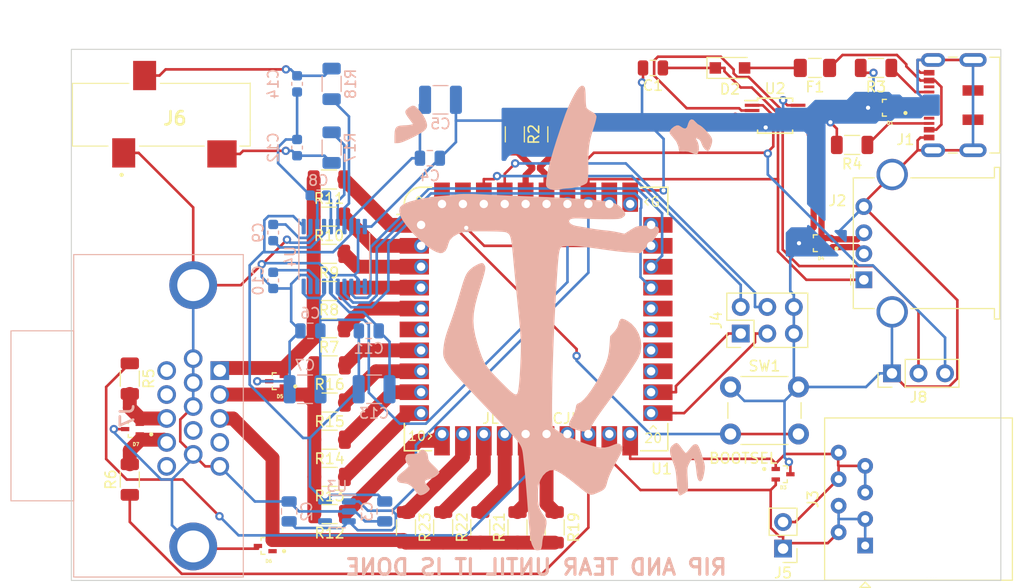
<source format=kicad_pcb>
(kicad_pcb (version 20211014) (generator pcbnew)
  (title_block (date "2022-09-12") (rev "0.1"))
  (layers (0 "F.Cu" signal) (31 "B.Cu" signal) (34 "B.Paste" user) (35 "F.Paste" user) (36 "B.SilkS" user "B.Silkscreen") (37 "F.SilkS" user "F.Silkscreen") (38 "B.Mask" user) (39 "F.Mask" user) (44 "Edge.Cuts" user))
  (net 0 "")
  (net 1 "+5V")
  (net 2 "GND")
  (net 3 "+3.3VA")
  (net 4 "+3V3")
  (net 5 "Net-(C8-Pad1)")
  (net 6 "Net-(C9-Pad1)")
  (net 7 "Net-(C9-Pad2)")
  (net 8 "Net-(C10-Pad1)")
  (net 9 "/PCM_AUDIO_L")
  (net 10 "/PCM_AUDIO_R")
  (net 11 "/USBC_D+")
  (net 12 "/I2C1_SDA")
  (net 13 "/I2C1_SCL")
  (net 14 "/USB_D-")
  (net 15 "/USB_D+")
  (net 16 "/VGA_G")
  (net 17 "/VGA_R")
  (net 18 "/USBC_D-")
  (net 19 "/VGA_B")
  (net 20 "/HSYNC")
  (net 21 "/VSYNC")
  (net 22 "Net-(F1-Pad1)")
  (net 23 "Net-(J1-PadA5)")
  (net 24 "Net-(D2-Pad2)")
  (net 25 "/KBUSB_D-")
  (net 27 "Net-(J1-PadB5)")
  (net 28 "/KBUSB_D+")
  (net 31 "/UART1_RX")
  (net 32 "/UART1_TX")
  (net 33 "/SWDIO")
  (net 34 "/SWCLK")
  (net 40 "/U+")
  (net 41 "/U-")
  (net 42 "Net-(R5-Pad1)")
  (net 43 "Net-(R6-Pad1)")
  (net 44 "/RED4")
  (net 45 "/RED3")
  (net 46 "/RED2")
  (net 47 "/RED1")
  (net 48 "/RED0")
  (net 49 "/GRN4")
  (net 50 "/GRN3")
  (net 51 "/GRN2")
  (net 52 "/GRN1")
  (net 53 "/GRN0")
  (net 54 "/PCM_L")
  (net 55 "/PCM_R")
  (net 56 "/BLU4")
  (net 57 "/BLU3")
  (net 58 "/BLU2")
  (net 59 "/BLU1")
  (net 60 "/BLU0")
  (net 61 "Net-(SW1-Pad2)")
  (net 62 "unconnected-(U1-Pad6)")
  (net 63 "unconnected-(U1-Pad23)")
  (net 64 "unconnected-(U1-Pad24)")
  (net 65 "unconnected-(U1-Pad25)")
  (net 66 "unconnected-(U1-Pad26)")
  (net 67 "/DIN")
  (net 68 "/BCK")
  (net 69 "/LRCK")
  (net 70 "unconnected-(U1-Pad30)")
  (net 71 "unconnected-(U1-Pad32)")
  (net 73 "unconnected-(U1-Pad39)")
  (net 74 "Net-(J8-Pad2)")
  (footprint "Resistor_SMD:R_1206_3216Metric" (layer "F.Cu") (at 107.95 82.296 -90)
    (fp_text reference "R20")
    (fp_text value "1k")
  )
  (footprint "Resistor_SMD:R_1206_3216Metric" (layer "F.Cu") (at 89.916 63.246 180)
    (fp_text reference "R7")
    (fp_text value "499")
  )
  (footprint "Doom_Pico:TVS_RCLAMP0502B.TCT" (layer "F.Cu") (at 133.35 77.216)
    (fp_text reference "D3")
    (fp_text value "RCLAMP0582BQTCT")
  )
  (footprint "Fuse:Fuse_1206_3216Metric" (layer "F.Cu") (at 136.398 38.354 180)
    (fp_text reference "F1")
    (fp_text value "500ma")
  )
  (footprint "Resistor_SMD:R_1206_3216Metric" (layer "F.Cu") (at 70.866 68.072 -90)
    (fp_text reference "R5")
    (fp_text value "47")
  )
  (footprint "Resistor_SMD:R_1206_3216Metric" (layer "F.Cu") (at 89.9775 81.026 180)
    (fp_text reference "R12")
    (fp_text value "499")
  )
  (footprint "Resistor_SMD:R_1206_3216Metric" (layer "F.Cu") (at 89.9775 66.802 180)
    (fp_text reference "R16")
    (fp_text value "8.06k")
  )
  (footprint "Capacitor_SMD:C_0805_2012Metric" (layer "F.Cu") (at 120.904 38.354 180)
    (fp_text reference "C1")
    (fp_text value "10u")
  )
  (footprint "Doom_Pico:TVS_RCLAMP0502B.TCT" (layer "F.Cu") (at 136.652 55.118 180)
    (fp_text reference "D4")
    (fp_text value "RCLAMP0582BQTCT")
  )
  (footprint "Resistor_SMD:R_1206_3216Metric" (layer "F.Cu") (at 89.916 52.578 180)
    (fp_text reference "R10")
    (fp_text value "4.02k")
  )
  (footprint "Resistor_SMD:R_1206_3216Metric" (layer "F.Cu") (at 111.506 82.296 -90)
    (fp_text reference "R19")
    (fp_text value "499")
  )
  (footprint "Resistor_SMD:R_1206_3216Metric" (layer "F.Cu") (at 89.9775 70.358 180)
    (fp_text reference "R15")
    (fp_text value "4.02k")
  )
  (footprint "Connector_PinHeader_2.54mm:PinHeader_1x03_P2.54mm_Vertical" (layer "F.Cu") (at 143.764 67.564 90)
    (fp_text reference "J8")
    (fp_text value "Conn_01x03")
  )
  (footprint "Connector_PinHeader_2.54mm:PinHeader_1x02_P2.54mm_Vertical" (layer "F.Cu") (at 133.35 84.328 180)
    (fp_text reference "J5")
    (fp_text value "Conn_01x02_Female")
  )
  (footprint "Connector_RJ:RJ45_Amphenol_54602-x08_Horizontal" (layer "F.Cu") (at 141.204 84.0385 90)
    (fp_text reference "J3")
    (fp_text value "RJ45")
  )
  (footprint "Resistor_SMD:R_1206_3216Metric" (layer "F.Cu") (at 139.954 45.72 180)
    (fp_text reference "R4")
    (fp_text value "5.1k")
  )
  (footprint "Resistor_SMD:R_1206_3216Metric" (layer "F.Cu") (at 111.76 44.704 -90)
    (fp_text reference "R1")
    (fp_text value "27.4")
  )
  (footprint "Doom_Pico:TVS_RCLAMP0502B.TCT" (layer "F.Cu") (at 71.12 72.898 180)
    (fp_text reference "D7")
    (fp_text value "RCLAMP0582BQTCT")
  )
  (footprint "Resistor_SMD:R_1206_3216Metric" (layer "F.Cu") (at 89.916 59.69 180)
    (fp_text reference "R8")
    (fp_text value "1k")
  )
  (footprint "Diode_SMD:D_SOD-123F" (layer "F.Cu") (at 128.27 38.354)
    (fp_text reference "D2")
    (fp_text value "MBR120")
  )
  (footprint "Package_SO:MSOP-10_3x3mm_P0.5mm" (layer "F.Cu") (at 132.588 42.926)
    (fp_text reference "U2")
    (fp_text value "FSUSB42MUX")
  )
  (footprint "Resistor_SMD:R_1206_3216Metric" (layer "F.Cu") (at 100.838 82.296 -90)
    (fp_text reference "R22")
    (fp_text value "4.02k")
  )
  (footprint "Resistor_SMD:R_1206_3216Metric" (layer "F.Cu") (at 89.916 56.134 180)
    (fp_text reference "R9")
    (fp_text value "2k")
  )
  (footprint "Resistor_SMD:R_1206_3216Metric" (layer "F.Cu") (at 89.9775 73.914 180)
    (fp_text reference "R14")
    (fp_text value "2k")
  )
  (footprint "Connector_USB:USB_C_Receptacle_JAE_DX07S016JA1R1500" (layer "F.Cu") (at 150.368 41.91 90)
    (fp_text reference "J1")
    (fp_text value "USB_C_Receptacle_USB2.0")
  )
  (footprint "Resistor_SMD:R_1206_3216Metric" (layer "F.Cu") (at 89.916 49.022 180)
    (fp_text reference "R11")
    (fp_text value "8.06k")
  )
  (footprint "Resistor_SMD:R_1206_3216Metric" (layer "F.Cu") (at 142.24 38.354 180)
    (fp_text reference "R3")
    (fp_text value "5.1k")
  )
  (footprint "Button_Switch_THT:SW_PUSH_6mm" (layer "F.Cu") (at 128.322 68.87)
    (fp_text reference "SW1")
    (fp_text value "BOOTSEL")
  )
  (footprint "Resistor_SMD:R_1206_3216Metric" (layer "F.Cu") (at 104.394 82.296 -90)
    (fp_text reference "R21")
    (fp_text value "2k")
  )
  (footprint "Resistor_SMD:R_1206_3216Metric" (layer "F.Cu") (at 97.282 82.296 -90)
    (fp_text reference "R23")
    (fp_text value "8.06k")
  )
  (footprint "Connector_PinHeader_2.54mm:PinHeader_2x03_P2.54mm_Vertical" (layer "F.Cu") (at 129.301 63.759 90)
    (fp_text reference "J4")
    (fp_text value "Conn_02x03_Odd_Even")
  )
  (footprint "Resistor_SMD:R_1206_3216Metric" (layer "F.Cu") (at 89.9775 77.47 180)
    (fp_text reference "R13")
    (fp_text value "1k")
  )
  (footprint "Doom_Pico:TVS_RCLAMP0502B.TCT" (layer "F.Cu") (at 83.82 84.074 180)
    (fp_text reference "D6")
    (fp_text value "RCLAMP0582BQTCT")
  )
  (footprint "Resistor_SMD:R_1206_3216Metric" (layer "F.Cu") (at 70.866 77.724 90)
    (fp_text reference "R6")
    (fp_text value "47")
  )
  (footprint "Doom_Pico:SJ3523SMTTR" (layer "F.Cu") (at 67.884 42.78)
    (fp_text reference "J6")
    (fp_text value "SJ-3523-SMT-TR" hide)
  )
  (footprint "Doom_Pico:TVS_RCLAMP0502B.TCT" (layer "F.Cu") (at 84.898 68.318 180)
    (fp_text reference "D5")
    (fp_text value "RCLAMP0582BQTCT")
  )
  (footprint "RP2040 Footprint:RP2040_Stamp_THT" (layer "F.Cu") (at 109.728 62.368)
    (fp_text reference "U1")
    (fp_text value "RP2040_Stamp")
  )
  (footprint "Connector_USB:USB_A_Stewart_SS-52100-001_Horizontal" (layer "F.Cu") (at 141.076 58.618 90)
    (fp_text reference "J2")
    (fp_text value "USB_A")
  )
  (footprint "Resistor_SMD:R_1206_3216Metric" (layer "F.Cu") (at 107.696 44.704 -90)
    (fp_text reference "R2")
    (fp_text value "27.4")
  )
  (footprint "Doom_Pico:TVS_RCLAMP0502B.TCT" (layer "F.Cu") (at 143.256 42.164 180)
    (fp_text reference "D1")
    (fp_text value "RCLAMP0582BQTCT")
  )
  (footprint "Capacitor_SMD:C_0603_1608Metric" (layer "B.Cu") (at 88.9 50.546 180)
    (fp_text reference "C8")
    (fp_text value "2.2u")
  )
  (footprint "Package_SO:TSSOP-20_4.4x6.5mm_P0.65mm" (layer "B.Cu") (at 90.424 56.388 -90)
    (fp_text reference "U4")
    (fp_text value "PCM5101APWR")
  )
  (footprint "Resistor_SMD:R_1206_3216Metric" (layer "B.Cu") (at 90.17 39.878 90)
    (fp_text reference "R18")
    (fp_text value "470")
  )
  (footprint "Capacitor_SMD:C_1210_3225Metric" (layer "B.Cu") (at 100.584 41.402)
    (fp_text reference "C5")
    (fp_text value "100u")
  )
  (footprint "Capacitor_SMD:C_0805_2012Metric" (layer "B.Cu") (at 93.726 63.5)
    (fp_text reference "C11")
    (fp_text value "10u")
  )
  (footprint "Capacitor_SMD:C_0603_1608Metric" (layer "B.Cu") (at 84.582 54.102 -90)
    (fp_text reference "C9")
    (fp_text value "2.2u")
  )
  (footprint "Doom_Pico:Doom Slayer Sigil" (layer "B.Cu") (at 110.744 62.23 180)
    (fp_text reference "G***" hide)
    (fp_text value "LOGO" hide)
  )
  (footprint "Capacitor_SMD:C_0603_1608Metric" (layer "B.Cu") (at 86.868 39.878 -90)
    (fp_text reference "C14")
    (fp_text value "2.2n")
  )
  (footprint "Capacitor_SMD:C_0805_2012Metric" (layer "B.Cu") (at 99.568 46.99)
    (fp_text reference "C4")
    (fp_text value "10u")
  )
  (footprint "Capacitor_SMD:C_0805_2012Metric" (layer "B.Cu") (at 88.138 63.5 180)
    (fp_text reference "C6")
    (fp_text value "10u")
  )
  (footprint "Library Loader:L77HDE15SD1CH4RHNVGA" (layer "B.Cu") (at 74.392 67.303 90)
    (fp_text reference "J7")
    (fp_text value "DB15_Female_HighDensity_MountingHoles" hide)
  )
  (footprint "Capacitor_SMD:C_0805_2012Metric" (layer "B.Cu") (at 86.106 80.772 90)
    (fp_text reference "C2")
    (fp_text value "1u")
  )
  (footprint "Capacitor_SMD:C_1210_3225Metric" (layer "B.Cu") (at 94.234 69.088)
    (fp_text reference "C13")
    (fp_text value "100u")
  )
  (footprint "Package_TO_SOT_SMD:SOT-23-5" (layer "B.Cu") (at 90.678 80.772 180)
    (fp_text reference "U3")
    (fp_text value "NCP163")
  )
  (footprint "Capacitor_SMD:C_1210_3225Metric" (layer "B.Cu") (at 87.63 69.088 180)
    (fp_text reference "C7")
    (fp_text value "100u")
  )
  (footprint "Resistor_SMD:R_1206_3216Metric" (layer "B.Cu") (at 90.17 45.974 -90)
    (fp_text reference "R17")
    (fp_text value "470")
  )
  (footprint "Capacitor_SMD:C_0805_2012Metric" (layer "B.Cu") (at 95.25 80.772 -90)
    (fp_text reference "C3")
    (fp_text value "1u")
  )
  (footprint "Capacitor_SMD:C_0603_1608Metric" (layer "B.Cu") (at 86.868 45.974 90)
    (fp_text reference "C12")
    (fp_text value "2.2n")
  )
  (footprint "Capacitor_SMD:C_0603_1608Metric" (layer "B.Cu") (at 84.582 58.674 -90)
    (fp_text reference "C10")
    (fp_text value "2.2u")
  )
  (gr_rect (start 65.278 36.576) (end 154.178 87.376) (layer "Edge.Cuts") (width 0.1) (fill none))
  (gr_text "RIP AND TEAR UNTIL IT IS DONE" (at 109.728 86.106) (layer "B.SilkS") (effects (font (size 1.5 1.5) (thickness 0.3)) (justify mirror)))
  (gr_text "JLCJLCJLCJLC" (at 109.728 71.882) (layer "F.SilkS") (effects (font (size 1 1))))
  (segment (start 114.728 48.9929) (end 132.8647 48.9929) (width 0.25) (layer "F.Cu") (net 1))
  (segment (start 126.87 38.354) (end 127.7451 38.354) (width 0.25) (layer "F.Cu") (net 1))
  (segment (start 132.8647 42.7309) (end 130.363 40.2292) (width 0.25) (layer "F.Cu") (net 1))
  (segment (start 132.8647 48.9929) (end 132.8647 42.7309) (width 0.25) (layer "F.Cu") (net 1))
  (segment (start 132.8647 55.9115) (end 132.8647 48.9929) (width 0.25) (layer "F.Cu") (net 1))
  (segment (start 139.9509 58.618) (end 135.5712 58.618) (width 0.25) (layer "F.Cu") (net 1))
  (segment (start 135.5712 58.618) (end 132.8647 55.9115) (width 0.25) (layer "F.Cu") (net 1))
  (segment (start 141.076 58.618) (end 139.9509 58.618) (width 0.25) (layer "F.Cu") (net 1))
  (segment (start 129.302 40.2292) (end 127.7451 38.6723) (width 0.25) (layer "F.Cu") (net 1))
  (segment (start 127.7451 38.6723) (end 127.7451 38.354) (width 0.25) (layer "F.Cu") (net 1))
  (segment (start 114.728 50.718) (end 114.728 48.9929) (width 0.25) (layer "F.Cu") (net 1))
  (segment (start 114.728 51.368) (end 114.728 50.718) (width 0.25) (layer "F.Cu") (net 1))
  (segment (start 126.87 38.354) (end 121.854 38.354) (width 0.25) (layer "F.Cu") (net 1))
  (segment (start 130.363 40.2292) (end 129.302 40.2292) (width 0.25) (layer "F.Cu") (net 1))
  (segment (start 86.7417 82.3577) (end 86.106 81.722) (width 0.25) (layer "B.Cu") (net 1))
  (segment (start 98.2331 74.4356) (end 114.728 57.9407) (width 0.25) (layer "B.Cu") (net 1))
  (segment (start 95.9749 80.702) (end 98.2331 78.4438) (width 0.25) (layer "B.Cu") (net 1))
  (segment (start 98.2331 78.4438) (end 98.2331 74.4356) (width 0.25) (layer "B.Cu") (net 1))
  (segment (start 91.8155 79.822) (end 92.7661 79.822) (width 0.25) (layer "B.Cu") (net 1))
  (segment (start 93.6461 80.702) (end 95.9749 80.702) (width 0.25) (layer "B.Cu") (net 1))
  (segment (start 114.728 57.9407) (end 114.728 51.368) (width 0.25) (layer "B.Cu") (net 1))
  (segment (start 96.313 81.0401) (end 95.9749 80.702) (width 0.25) (layer "B.Cu") (net 1))
  (segment (start 92.7661 79.822) (end 93.6461 80.702) (width 0.25) (layer "B.Cu") (net 1))
  (segment (start 91.8155 81.722) (end 91.1798 82.3577) (width 0.25) (layer "B.Cu") (net 1))
  (segment (start 95.9464 82.5712) (end 96.313 82.2046) (width 0.25) (layer "B.Cu") (net 1))
  (segment (start 92.6647 82.5712) (end 95.9464 82.5712) (width 0.25) (layer "B.Cu") (net 1))
  (segment (start 91.8155 81.722) (end 92.6647 82.5712) (width 0.25) (layer "B.Cu") (net 1))
  (segment (start 91.1798 82.3577) (end 86.7417 82.3577) (width 0.25) (layer "B.Cu") (net 1))
  (segment (start 96.313 82.2046) (end 96.313 81.0401) (width 0.25) (layer "B.Cu") (net 1))
  (segment (start 131.6888 44.0489) (end 131.536 44.0489) (width 0.25) (layer "F.Cu") (net 2))
  (segment (start 78.077 76.463) (end 76.932 75.318) (width 0.25) (layer "F.Cu") (net 2))
  (segment (start 141.478 42.164) (end 142.556 42.164) (width 0.2) (layer "F.Cu") (net 2))
  (segment (start 146.2179 38.535) (end 146.4929 38.81) (width 0.25) (layer "F.Cu") (net 2))
  (segment (start 83.5541 57.1249) (end 83.488 57.1249) (width 0.25) (layer "F.Cu") (net 2))
  (segment (start 81.4799 59.133) (end 76.932 59.133) (width 0.25) (layer "F.Cu") (net 2))
  (segment (start 141.2443 38.8208) (end 140.7775 38.354) (width 0.25) (layer "F.Cu") (net 2))
  (segment (start 149.23501 68.834) (end 145.034 68.834) (width 0.25) (layer "F.Cu") (net 2))
  (segment (start 147.693 46.23) (end 151.518 46.23) (width 0.25) (layer "F.Cu") (net 2))
  (segment (start 75.6954 71.9746) (end 75.6954 74.0814) (width 0.25) (layer "F.Cu") (net 2))
  (segment (start 70.284 46.48) (end 71.7091 46.48) (width 0.25) (layer "F.Cu") (net 2))
  (segment (start 118.728 51.368) (end 118.728 50.718) (width 0.25) (layer "F.Cu") (net 2))
  (segment (start 76.932 59.133) (end 76.932 51.7029) (width 0.25) (layer "F.Cu") (net 2))
  (segment (start 146.2179 37.59) (end 146.2179 38.535) (width 0.25) (layer "F.Cu") (net 2))
  (segment (start 75.6954 74.0814) (end 76.932 75.318) (width 0.25) (layer "F.Cu") (net 2))
  (segment (start 76.932 70.738) (end 75.6954 71.9746) (width 0.25) (layer "F.Cu") (net 2))
  (segment (start 119.3755 50.0705) (end 121.9224 50.0705) (width 0.25) (layer "F.Cu") (net 2))
  (segment (start 133.9095 76.0417) (end 134.05 76.1822) (width 0.25) (layer "F.Cu") (net 2))
  (segment (start 133.3536 41.4423) (end 133.3536 41.5167) (width 0.25) (layer "F.Cu") (net 2))
  (segment (start 138.4915 44.1641) (end 138.4915 45.72) (width 0.25) (layer "F.Cu") (net 2))
  (segment (start 119.954 39.6463) (end 119.954 38.354) (width 0.25) (layer "F.Cu") (net 2))
  (segment (start 143.786 48.548) (end 143.8999 48.548) (width 0.25) (layer "F.Cu") (net 2))
  (segment (start 130.388 43.926) (end 131.4131 43.926) (width 0.25) (layer "F.Cu") (net 2))
  (segment (start 134.05 76.1822) (end 134.05 77.216) (width 0.25) (layer "F.Cu") (net 2))
  (segment (start 79.472 76.463) (end 78.077 76.463) (width 0.25) (layer "F.Cu") (net 2))
  (segment (start 146.2179 46.23) (end 146.2179 45.285) (width 0.25) (layer "F.Cu") (net 2))
  (segment (start 84.198 68.318) (end 83.066 68.318) (width 0.25) (layer "F.Cu") (net 2))
  (segment (start 83.066 68.318) (end 83.058 68.326) (width 0.25) (layer "F.Cu") (net 2))
  (segment (start 119.8609 39.7394) (end 119.954 39.6463) (width 0.25) (layer "F.Cu") (net 2))
  (segment (start 143.8999 48.548) (end 146.2179 46.23) (width 0.25) (layer "F.Cu") (net 2))
  (segment (start 137.8777 43.5503) (end 138.4915 44.1641) (width 0.25) (layer "F.Cu") (net 2))
  (segment (start 118.728 50.718) (end 119.3755 50.0705) (width 0.25) (layer "F.Cu") (net 2))
  (segment (start 134.788 41.926) (end 133.7629 41.926) (width 0.25) (layer "F.Cu") (net 2))
  (segment (start 131.536 44.0489) (end 131.4131 43.926) (width 0.25) (layer "F.Cu") (net 2))
  (segment (start 150.018511 68.050499) (end 149.23501 68.834) (width 0.25) (layer "F.Cu") (net 2))
  (segment (start 134.874 55.118) (end 135.952 55.118) (width 0.2) (layer "F.Cu") (net 2))
  (segment (start 141.076 51.618) (end 150.018511 60.560511) (width 0.25) (layer "F.Cu") (net 2))
  (segment (start 147.693 37.59) (end 146.2179 37.59) (width 0.25) (layer "F.Cu") (net 2))
  (segment (start 70.42 72.898) (end 69.342 72.898) (width 0.25) (layer "F.Cu") (net 2))
  (segment (start 133.3536 41.5167) (end 133.7629 41.926) (width 0.25) (layer "F.Cu") (net 2))
  (segment (start 76.932 51.7029) (end 71.7091 46.48) (width 0.25) (layer "F.Cu") (net 2))
  (segment (start 151.518 37.59) (end 147.693 37.59) (width 0.25) (layer "F.Cu") (net 2))
  (segment (start 85.9014 54.7776) (end 83.5541 57.1249) (width 0.25) (layer "F.Cu") (net 2))
  (segment (start 83.488 57.1249) (end 81.4799 59.133) (width 0.25) (layer "F.Cu") (net 2))
  (segment (start 145.034 68.834) (end 143.764 67.564) (width 0.25) (layer "F.Cu") (net 2))
  (segment (start 141.9995 38.8208) (end 141.2443 38.8208) (width 0.25) (layer "F.Cu") (net 2))
  (segment (start 83.12 84.3365) (end 77.1455 84.3365) (width 0.25) (layer "F.Cu") (net 2))
  (segment (start 150.018511 60.560511) (end 150.018511 68.050499) (width 0.25) (layer "F.Cu") (net 2))
  (segment (start 147.693 46.23) (end 146.2179 46.23) (width 0.25) (layer "F.Cu") (net 2))
  (segment (start 77.1455 84.3365) (end 76.932 84.123) (width 0.25) (layer "F.Cu") (net 2))
  (segment (start 141.076 51.258) (end 143.786 48.548) (width 0.25) (layer "F.Cu") (net 2))
  (segment (start 147.318 45.01) (end 146.4929 45.01) (width 0.25) (layer "F.Cu") (net 2))
  (segment (start 83.12 84.074) (end 83.12 84.3365) (width 0.25) (layer "F.Cu") (net 2))
  (segment (start 146.2179 45.285) (end 146.4929 45.01) (width 0.25) (layer "F.Cu") (net 2))
  (segment (start 141.076 51.618) (end 141.076 51.258) (width 0.25) (layer "F.Cu") (net 2))
  (segment (start 147.318 38.81) (end 146.4929 38.81) (width 0.25) (layer "F.Cu") (net 2))
  (via (at 134.874 55.118) (size 0.8) (drill 0.4) (layers "F.Cu" "B.Cu") (net 2))
  (via (at 141.478 42.164) (size 0.8) (drill 0.4) (layers "F.Cu" "B.Cu") (net 2))
  (via (at 133.3536 41.4423) (size 0.8) (drill 0.4) (layers "F.Cu" "B.Cu") (net 2))
  (via (at 83.488 57.1249) (size 0.8) (drill 0.4) (layers "F.Cu" "B.Cu") (net 2))
  (via (at 137.8777 43.5503) (size 0.8) (drill 0.4) (layers "F.Cu" "B.Cu") (net 2))
  (via (at 85.9014 54.7776) (size 0.8) (drill 0.4) (layers "F.Cu" "B.Cu") (net 2))
  (via (at 83.058 68.326) (size 0.8) (drill 0.4) (layers "F.Cu" "B.Cu") (net 2))
  (via (at 131.6888 44.0489) (size 0.8) (drill 0.4) (layers "F.Cu" "B.Cu") (net 2))
  (via (at 69.342 72.898) (size 0.8) (drill 0.4) (layers "F.Cu" "B.Cu") (net 2))
  (via (at 121.9224 50.0705) (size 0.8) (drill 0.4) (layers "F.Cu" "B.Cu") (net 2))
  (via (at 133.9095 76.0417) (size 0.8) (drill 0.4) (layers "F.Cu" "B.Cu") (net 2))
  (via (at 141.9995 38.8208) (size 0.8) (drill 0.4) (layers "F.Cu" "B.Cu") (net 2))
  (via (at 119.8609 39.7394) (size 0.8) (drill 0.4) (layers "F.Cu" "B.Cu") (net 2))
  (segment (start 92.4236 80.772) (end 93.3736 81.722) (width 0.25) (layer "B.Cu") (net 2))
  (segment (start 93.9825 53.5255) (end 93.349 53.5255) (width 0.25) (layer "B.Cu") (net 2))
  (segment (start 95.709 69.088) (end 95.709 64.533) (width 0.25) (layer "B.Cu") (net 2))
  (segment (start 87.056 80.772) (end 91.8155 80.772) (width 0.25) (layer "B.Cu") (net 2))
  (segment (start 93.2096 61.7153) (end 94.676 63.1817) (width 0.25) (layer "B.Cu") (net 2))
  (segment (start 84.582 59.449) (end 83.488 58.355) (width 0.25) (layer "B.Cu") (net 2))
  (segment (start 102.059 45.449) (end 100.518 46.99) (width 0.25) (layer "B.Cu") (net 2))
  (segment (start 87.1623 58.1631) (end 87.7751 58.1631) (width 0.25) (layer "B.Cu") (net 2))
  (segment (start 83.058 68.326) (end 86.155 68.326) (width 0.25) (layer "B.Cu") (net 2))
  (segment (start 86.1968 55.073) (end 85.9014 54.7776) (width 0.25) (layer "B.Cu") (net 2))
  (segment (start 93.349 59.2505) (end 92.699 59.2505) (width 0.25) (layer "B.Cu") (net 2))
  (segment (start 134.0384 56.5886) (end 134.0384 59.7013) (width 0.25) (layer "B.Cu") (net 2))
  (segment (start 90.099 58.1772) (end 90.099 59.2505) (width 0.25) (layer "B.Cu") (net 2))
  (segment (start 93.349 53.5255) (end 92.699 53.5255) (width 0.25) (layer "B.Cu") (net 2))
  (segment (start 91.8155 80.772) (end 92.4236 80.772) (width 0.25) (layer "B.Cu") (net 2))
  (segment (start 151.518 37.59) (end 151.518 46.23) (width 0.25) (layer "B.Cu") (net 2))
  (segment (start 88.799 54.2366) (end 87.9626 55.073) (width 0.25) (layer "B.Cu") (net 2))
  (segment (start 92.699 58.537) (end 92.3392 58.1772) (width 0.25) (layer "B.Cu") (net 2))
  (segment (start 133.4887 70.2033) (end 134.822 68.87) (width 0.25) (layer "B.Cu") (net 2))
  (segment (start 83.585 57.0279) (end 83.488 57.1249) (width 0.25) (layer "B.Cu") (net 2))
  (segment (start 134.381 61.219) (end 134.381 63.759) (width 0.25) (layer "B.Cu") (net 2))
  (segment (start 86.106 79.822) (end 82.831 79.822) (width 0.25) (layer "B.Cu") (net 2))
  (segment (start 85.0525 45.9361) (end 85.7896 45.199) (width 0.25) (layer "B.Cu") (net 2))
  (segment (start 86.868 40.653) (end 86.868 45.199) (width 0.25) (layer "B.Cu") (net 2))
  (segment (start 92.699 59.2505) (end 92.699 58.537) (width 0.25) (layer "B.Cu") (net 2))
  (segment (start 90.099 59.9589) (end 91.8554 61.7153) (width 0.25) (layer "B.Cu") (net 2))
  (segment (start 121.9224 45.1441) (end 121.9224 50.0705) (width 0.25) (layer "B.Cu") (net 2))
  (segment (start 102.059 43.3913) (end 102.059 45.449) (width 0.25) (layer "B.Cu") (net 2))
  (segment (start 82.831 79.822) (end 79.472 76.463) (width 0.25) (layer "B.Cu") (net 2))
  (segment (start 85.0525 47.4735) (end 85.0525 45.9361) (width 0.25) (layer "B.Cu") (net 2))
  (segment (start 129.6553 70.2033) (end 128.322 68.87) (width 0.25) (layer "B.Cu") (net 2))
  (segment (start 76.932 75.318) (end 76.932 75.6867) (width 0.25) (layer "B.Cu") (net 2))
  (segment (start 88.149 58.537) (end 88.149 59.2505) (width 0.25) (layer "B.Cu") (net 2))
  (segment (start 86.155 64.533) (end 86.155 68.326) (width 0.25) (layer "B.Cu") (net 2))
  (segment (start 86.3029 59.0225) (end 87.1623 58.1631) (width 0.25) (layer "B.Cu") (net 2))
  (segment (start 107.1849 43.3913) (end 102.059 43.3913) (width 0.25) (layer "B.Cu") (net 2))
  (segment (start 86.3029 59.449) (end 86.3029 59.0225) (width 0.25) (layer "B.Cu") (net 2))
  (segment (start 76.932 68.448) (end 76.932 66.158) (width 0.25) (layer "B.Cu") (net 2))
  (segment (start 85.7896 45.199) (end 86.868 45.199) (width 0.25) (layer "B.Cu") (net 2))
  (segment (start 134.0384 59.7013) (end 134.381 60.0439) (width 0.25) (layer "B.Cu") (net 2))
  (segment (start 120.3393 43.561) (end 121.9224 45.1441) (width 0.25) (layer "B.Cu") (net 2))
  (segment (start 69.342 73.1954) (end 69.342 72.898) (width 0.25) (layer "B.Cu") (net 2))
  (segment (start 133.4887 70.2033) (end 129.6553 70.2033) (width 0.25) (layer "B.Cu") (net 2))
  (segment (start 100.518 46.99) (end 93.9825 53.5255) (width 0.25) (layer "B.Cu") (net 2))
  (segment (start 141.2829 68.87) (end 142.5889 67.564) (width 0.25) (layer "B.Cu") (net 2))
  (segment (start 87.188 63.5) (end 86.3029 62.6149) (width 0.25) (layer "B.Cu") (net 2))
  (segment (start 119.8609 43.0826) (end 119.8609 39.7394) (width 0.25) (layer "B.Cu") (net 2))
  (segment (start 87.188 63.5) (end 86.155 64.533) (width 0.25) (layer "B.Cu") (net 2))
  (segment (start 76.932 66.158) (end 76.932 59.133) (width 0.25) (layer "B.Cu") (net 2))
  (segment (start 74.9014 77.7173) (end 74.9014 82.0924) (width 0.25) (layer "B.Cu") (net 2))
  (segment (start 74.9014 77.7173) (end 73.8639 77.7173) (width 0.25) (layer "B.Cu") (net 2))
  (segment (start 88.9497 57.0279) (end 83.585 57.0279) (width 0.25) (layer "B.Cu") (net 2))
  (segment (start 88.799 53.5255) (end 88.799 54.2366) (width 0.25) (layer "B.Cu") (net 2))
  (segment (start 94.676 63.1817) (end 94.676 63.5) (width 0.25) (layer "B.Cu") (net 2))
  (segment (start 138.792 53.902) (end 141.076 51.618) (width 0.25) (layer "B.Cu") (net 2))
  (segment (start 93.3736 81.722) (end 95.25 81.722) (width 0.25) (layer "B.Cu") (net 2))
  (segment (start 102.059 41.402) (end 102.059 43.3913) (width 0.25) (layer "B.Cu") (net 2))
  (segment (start 147.693 37.59) (end 146.2179 37.59) (width 0.25) (layer "B.Cu") (net 2))
  (segment (start 133.3536 42.5486) (end 133.3536 41.4423) (width 0.25) (layer "B.Cu") (net 2))
  (segment (start 86.3029 62.6149) (end 86.3029 59.449) (width 0.25) (layer "B.Cu") (net 2))
  (segment (start 92.699 57.8174) (end 92.3392 58.1772) (width 0.25) (layer "B.Cu") (net 2))
  (segment (start 87.7751 58.1631) (end 88.149 58.537) (width 0.25) (layer "B.Cu") (net 2))
  (segment (start 143.764 67.564) (end 143.764 61.71) (width 0.25) (layer "B.Cu") (net 2))
  (segment (start 74.9014 82.0924) (end 76.932 84.123) (width 0.25) (layer "B.Cu") (net 2))
  (segment (start 91.8554 61.7153) (end 93.2096 61.7153) (width 0.25) (layer "B.Cu") (net 2))
  (segment (start 138.792 53.9365) (end 138.792 53.902) (width 0.25) (layer "B.Cu") (net 2))
  (segment (start 73.8639 77.7173) (end 69.342 73.1954) (width 0.25) (layer "B.Cu") (net 2))
  (segment (start 86.106 79.822) (end 87.056 80.772) (width 0.25) (layer "B.Cu") (net 2))
  (segment (start 88.799 51.22) (end 88.125 50.546) (width 0.25) (layer "B.Cu") (net 2))
  (segment (start 134.381 56.246) (end 134.0384 56.5886) (width 0.25) (layer "B.Cu") (net 2))
  (segment (start 92.3392 58.1772) (end 90.099 58.1772) (width 0.25) (layer "B.Cu") (net 2))
  (segment (start 90.099 58.1772) (end 88.9497 57.0279) (width 0.25) (layer "B.Cu") (net 2))
  (segment (start 92.699 53.5255) (end 92.699 57.8174) (width 0.25) (layer "B.Cu") (net 2))
  (segment (start 133.4887 75.6209) (end 133.4887 70.2033) (width 0.25) (layer "B.Cu") (net 2))
  (segment (start 134.381 61.219) (end 134.381 60.0439) (width 0.25) (layer "B.Cu") (net 2))
  (segment (start 86.155 68.326) (end 86.155 69.088) (width 0.25) (layer "B.Cu") (net 2))
  (segment (start 76.932 75.6867) (end 74.9014 77.7173) (width 0.25) (layer "B.Cu") (net 2))
  (segment (start 134.381 63.759) (end 134.381 68.429) (width 0.25) (layer "B.Cu") (net 2))
  (segment (start 143.764 67.564) (end 142.5889 67.564) (width 0.25) (layer "B.Cu") (net 2))
  (segment (start 134.381 68.429) (end 134.822 68.87) (width 0.25) (layer "B.Cu") (net 2))
  (segment (start 83.488 58.355) (end 83.488 57.1249) (width 0.25) (layer "B.Cu") (net 2))
  (segment (start 95.709 64.533) (end 94.676 63.5) (width 0.25) (layer "B.Cu") (net 2))
  (segment (start 143.764 61.71) (end 143.786 61.688) (width 0.25) (layer "B.Cu") (net 2))
  (segment (start 90.099 59.2505) (end 90.099 59.9589) (width 0.25) (layer "B.Cu") (net 2))
  (segment (start 141.9995 41.2615) (end 141.9995 38.8208) (width 0.25) (layer "B.Cu") (net 2))
  (segment (start 76.932 68.448) (end 76.932 70.738) (width 0.25) (layer "B.Cu") (net 2))
  (segment (start 88.799 53.5255) (end 88.799 51.22) (width 0.25) (layer "B.Cu") (net 2))
  (segment (start 133.9095 76.0417) (end 133.4887 75.6209) (width 0.25) (layer "B.Cu") (net 2))
  (segment (start 88.125 50.546) (end 85.0525 47.4735) (width 0.25) (layer "B.Cu") (net 2))
  (segment (start 134.822 68.87) (end 141.2829 68.87) (width 0.25) (layer "B.Cu") (net 2))
  (segment (start 87.9626 55.073) (end 86.1968 55.073) (width 0.25) (layer "B.Cu") (net 2))
  (segment (start 146.5929 41.1232) (end 146.2179 40.7482) (width 0.25) (layer "B.Cu") (net 2))
  (segment (start 146.2179 40.7482) (end 146.2179 37.59) (width 0.25) (layer "B.Cu") (net 2))
  (segment (start 86.3029 59.449) (end 84.582 59.449) (width 0.25) (layer "B.Cu") (net 2))
  (segment (start 92.049 52.7971) (end 97.8561 46.99) (width 0.25) (layer "B.Cu") (net 3))
  (segment (start 90.1729 79.1896) (end 89.5405 79.822) (width 0.25) (layer "B.Cu") (net 3))
  (segment (start 92.776 69.071) (end 92.759 69.088) (width 0.25) (layer "B.Cu") (net 3))
  (segment (start 88.0995 73.7475) (end 88.0995 78.381) (width 0.25) (layer "B.Cu") (net 3))
  (segment (start 82.3323 68.6387) (end 87.4411 73.7475) (width 0.25) (layer "B.Cu") (net 3))
  (segment (start 97.8561 46.99) (end 98.618 46.99) (width 0.25) (layer "B.Cu") (net 3))
  (segment (start 92.776 63.5) (end 92.776 69.071) (width 0.25) (layer "B.Cu") (net 3))
  (segment (start 92.049 53.5255) (end 92.049 52.7971) (width 0.25) (layer "B.Cu") (net 3))
  (segment (start 83.7339 52.9198) (end 84.1264 52.5273) (width 0.25) (layer "B.Cu") (net 3))
  (segment (start 83.7339 55.9734) (end 83.5941 55.9734) (width 0.25) (layer "B.Cu") (net 3))
  (segment (start 82.3323 57.2352) (end 82.3323 68.6387) (width 0.25) (layer "B.Cu") (net 3))
  (segment (start 83.7339 55.9734) (end 90.3081 55.9734) (width 0.25) (layer "B.Cu") (net 3))
  (segment (start 88.0995 78.381) (end 89.5405 79.822) (width 0.25) (layer "B.Cu") (net 3))
  (segment (start 83.7339 55.9734) (end 83.7339 52.9198) (width 0.25) (layer "B.Cu") (net 3))
  (segment (start 92.759 69.088) (end 88.0995 73.7475) (width 0.25) (layer "B.Cu") (net 3))
  (segment (start 84.1264 52.5273) (end 86.5008 52.5273) (width 0.25) (layer "B.Cu") (net 3))
  (segment (start 90.3081 55.9734) (end 92.049 54.2325) (width 0.25) (layer "B.Cu") (net 3))
  (segment (start 94.6176 79.1896) (end 90.1729 79.1896) (width 0.25) (layer "B.Cu") (net 3))
  (segment (start 95.25 79.822) (end 94.6176 79.1896) (width 0.25) (layer "B.Cu") (net 3))
  (segment (start 86.5008 52.5273) (end 87.499 53.5255) (width 0.25) (layer "B.Cu") (net 3))
  (segment (start 92.049 54.2325) (end 92.049 53.5255) (width 0.25) (layer "B.Cu") (net 3))
  (segment (start 98.618 46.99) (end 98.618 41.893) (width 0.25) (layer "B.Cu") (net 3))
  (segment (start 87.4411 73.7475) (end 88.0995 73.7475) (width 0.25) (layer "B.Cu") (net 3))
  (segment (start 98.618 41.893) (end 99.109 41.402) (width 0.25) (layer "B.Cu") (net 3))
  (segment (start 83.5941 55.9734) (end 82.3323 57.2352) (width 0.25) (layer "B.Cu") (net 3))
  (segment (start 132.4145 42.9274) (end 132.4145 45.8644) (width 0.25) (layer "F.Cu") (net 4))
  (segment (start 131.8118 46.4671) (end 131.8879 46.5432) (width 0.25) (layer "F.Cu") (net 4))
  (segment (start 115.2538 46.4671) (end 131.8118 46.4671) (width 0.25) (layer "F.Cu") (net 4))
  (segment (start 130.388 41.926) (end 131.4131 41.926) (width 0.25) (layer "F.Cu") (net 4))
  (segment (start 112.728 51.368) (end 112.728 50.718) (width 0.25) (layer "F.Cu") (net 4))
  (segment (start 132.4145 45.8644) (end 131.8118 46.4671) (width 0.25) (layer "F.Cu") (net 4))
  (segment (start 112.728 50.718) (end 112.728 48.9929) (width 0.25) (layer "F.Cu") (net 4))
  (segment (start 112.728 48.9929) (end 115.2538 46.4671) (width 0.25) (layer "F.Cu") (net 4))
  (segment (start 131.4131 41.926) (end 132.4145 42.9274) (width 0.25) (layer "F.Cu") (net 4))
  (via (at 131.8879 46.5432) (size 0.8) (drill 0.4) (layers "F.Cu" "B.Cu") (net 4))
  (segment (start 89.088 62.4448) (end 93.2605 62.4448) (width 0.25) (layer "B.Cu") (net 4))
  (segment (start 141.9418 57.2432) (end 148.844 64.1454) (width 0.25) (layer "B.Cu") (net 4))
  (segment (start 99.1856 72.3775) (end 112.728 58.8351) (width 0.25) (layer "B.Cu") (net 4))
  (segment (start 93.2605 62.4448) (end 93.726 62.9103) (width 0.25) (layer "B.Cu") (net 4))
  (segment (start 89.088 63.5) (end 89.088 62.4448) (width 0.25) (layer "B.Cu") (net 4))
  (segment (start 89.105 69.088) (end 89.088 69.071) (width 0.25) (layer "B.Cu") (net 4))
  (segment (start 112.728 58.8351) (end 112.728 51.368) (width 0.25) (layer "B.Cu") (net 4))
  (segment (start 93.726 69.4129) (end 96.6906 72.3775) (width 0.25) (layer "B.Cu") (net 4))
  (segment (start 89.088 69.071) (end 89.088 63.5) (width 0.25) (layer "B.Cu") (net 4))
  (segment (start 131.8879 46.5432) (end 131.8879 48.5435) (width 0.25) (layer "B.Cu") (net 4))
  (segment (start 89.449 59.9942) (end 89.449 59.2505) (width 0.25) (layer "B.Cu") (net 4))
  (segment (start 148.844 64.1454) (end 148.844 67.564) (width 0.25) (layer "B.Cu") (net 4))
  (segment (start 93.726 62.9103) (end 93.726 69.4129) (width 0.25) (layer "B.Cu") (net 4))
  (segment (start 89.088 62.4448) (end 89.088 60.3552) (width 0.25) (layer "B.Cu") (net 4))
  (segment (start 140.5876 57.2432) (end 141.9418 57.2432) (width 0.25) (layer "B.Cu") (net 4))
  (segment (start 87.499 59.2505) (end 87.499 59.9399) (width 0.25) (layer "B.Cu") (net 4))
  (segment (start 96.6906 72.3775) (end 99.1856 72.3775) (width 0.25) (layer "B.Cu") (net 4))
  (segment (start 89.088 60.3552) (end 89.449 59.9942) (width 0.25) (layer "B.Cu") (net 4))
  (segment (start 87.499 59.9399) (end 87.9143 60.3552) (width 0.25) (layer "B.Cu") (net 4))
  (segment (start 87.9143 60.3552) (end 89.088 60.3552) (width 0.25) (layer "B.Cu") (net 4))
  (segment (start 131.8879 48.5435) (end 140.5876 57.2432) (width 0.25) (layer "B.Cu") (net 4))
  (segment (start 90.099 50.97) (end 89.675 50.546) (width 0.25) (layer "B.Cu") (net 5))
  (segment (start 90.099 53.5255) (end 90.099 50.97) (width 0.25) (layer "B.Cu") (net 5))
  (segment (start 88.149 53.5255) (end 88.149 54.2448) (width 0.25) (layer "B.Cu") (net 6))
  (segment (start 85.7696 53.327) (end 84.582 53.327) (width 0.25) (layer "B.Cu") (net 6))
  (segment (start 87.0516 54.609) (end 85.7696 53.327) (width 0.25) (layer "B.Cu") (net 6))
  (segment (start 87.7848 54.609) (end 87.0516 54.609) (width 0.25) (layer "B.Cu") (net 6))
  (segment (start 88.149 54.2448) (end 87.7848 54.609) (width 0.25) (layer "B.Cu") (net 6))
  (segment (start 85.2282 55.5232) (end 88.1508 55.5232) (width 0.25) (layer "B.Cu") (net 7))
  (segment (start 88.1508 55.5232) (end 89.449 54.225) (width 0.25) (layer "B.Cu") (net 7))
  (segment (start 84.582 54.877) (end 85.2282 55.5232) (width 0.25) (layer "B.Cu") (net 7))
  (segment (start 89.449 54.225) (end 89.449 53.5255) (width 0.25) (layer "B.Cu") (net 7))
  (segment (start 88.799 59.2505) (end 88.799 58.5242) (width 0.25) (layer "B.Cu") (net 8))
  (segment (start 88.799 58.5242) (end 87.9752 57.7004) (width 0.25) (layer "B.Cu") (net 8))
  (segment (start 84.7806 57.7004) (end 84.582 57.899) (width 0.25) (layer "B.Cu") (net 8))
  (segment (start 87.9752 57.7004) (end 84.7806 57.7004) (width 0.25) (layer "B.Cu") (net 8))
  (segment (start 79.684 46.58) (end 81.4091 46.58) (width 0.25) (layer "F.Cu") (net 9))
  (segment (start 81.7057 46.2834) (end 85.786 46.2834) (width 0.25) (layer "F.Cu") (net 9))
  (segment (start 81.4091 46.58) (end 81.7057 46.2834) (width 0.25) (layer "F.Cu") (net 9))
  (via (at 85.786 46.2834) (size 0.8) (drill 0.4) (layers "F.Cu" "B.Cu") (net 9))
  (segment (start 86.868 46.749) (end 86.4024 46.2834) (width 0.25) (layer "B.Cu") (net 9))
  (segment (start 86.4024 46.2834) (end 85.786 46.2834) (width 0.25) (layer "B.Cu") (net 9))
  (segment (start 90.17 47.4365) (end 89.4825 46.749) (width 0.25) (layer "B.Cu") (net 9))
  (segment (start 89.4825 46.749) (end 86.868 46.749) (width 0.25) (layer "B.Cu") (net 9))
  (segment (start 72.284 39.08) (end 73.7091 39.08) (width 0.25) (layer "F.Cu") (net 10))
  (segment (start 73.7091 39.08) (end 74.2967 38.4924) (width 0.25) (layer "F.Cu") (net 10))
  (segment (start 74.2967 38.4924) (end 85.8027 38.4924) (width 0.25) (layer "F.Cu") (net 10))
  (via (at 85.8027 38.4924) (size 0.8) (drill 0.4) (layers "F.Cu" "B.Cu") (net 10))
  (segment (start 89.4825 39.103) (end 90.17 38.4155) (width 0.25) (layer "B.Cu") (net 10))
  (segment (start 86.868 39.103) (end 86.2574 38.4924) (width 0.25) (layer "B.Cu") (net 10))
  (segment (start 86.868 39.103) (end 89.4825 39.103) (width 0.25) (layer "B.Cu") (net 10))
  (segment (start 86.2574 38.4924) (end 85.8027 38.4924) (width 0.25) (layer "B.Cu") (net 10))
  (segment (start 143.456 41.664) (end 143.956 41.664) (width 0.6) (layer "F.Cu") (net 11))
  (segment (start 142.051 41.4645) (end 143.456 41.4645) (width 0.6) (layer "F.Cu") (net 11))
  (segment (start 137.027 41.789) (end 140.581 41.789) (width 0.6) (layer "F.Cu") (net 11))
  (segment (start 141.851 41.2645) (end 142.051 41.4645) (width 0.6) (layer "F.Cu") (net 11))
  (segment (start 143.456 41.4645) (end 143.456 41.664) (width 0.6) (layer "F.Cu") (net 11))
  (segment (start 147.318 41.66) (end 146.054 41.66) (width 0.2) (layer "F.Cu") (net 11))
  (segment (start 140.581 41.789) (end 141.105 41.2645) (width 0.6) (layer "F.Cu") (net 11))
  (segment (start 146.05 41.656) (end 145.917 41.789) (width 0.6) (layer "F.Cu") (net 11))
  (segment (start 136.39 42.426) (end 136.652 42.164) (width 0.2) (layer "F.Cu") (net 11))
  (segment (start 141.105 41.2645) (end 141.851 41.2645) (width 0.6) (layer "F.Cu") (net 11))
  (segment (start 144.556 41.664) (end 143.956 41.664) (width 0.6) (layer "F.Cu") (net 11))
  (segment (start 134.788 42.426) (end 136.39 42.426) (width 0.2) (layer "F.Cu") (net 11))
  (segment (start 145.917 41.789) (end 144.681 41.789) (width 0.6) (layer "F.Cu") (net 11))
  (segment (start 147.318 41.66) (end 147.318 42.16) (width 0.2) (layer "F.Cu") (net 11))
  (segment (start 146.054 41.66) (end 146.05 41.656) (width 0.2) (layer "F.Cu") (net 11))
  (segment (start 144.681 41.789) (end 144.556 41.664) (width 0.6) (layer "F.Cu") (net 11))
  (segment (start 136.652 42.164) (end 137.027 41.789) (width 0.6) (layer "F.Cu") (net 11))
  (segment (start 116.728 74.018) (end 116.728 75.7431) (width 0.25) (layer "F.Cu") (net 12))
  (segment (start 132.65 77.716) (end 132.65 78.2411) (width 0.25) (layer "F.Cu") (net 12))
  (segment (start 137.6279 83.8046) (end 138.664 82.7685) (width 0.25) (layer "F.Cu") (net 12))
  (segment (start 133.35 83.8046) (end 133.35 83.1529) (width 0.25) (layer "F.Cu") (net 12))
  (segment (start 133.35 84.328) (end 133.35 83.8046) (width 0.25) (layer "F.Cu") (net 12))
  (segment (start 133.35 83.8046) (end 137.6279 83.8046) (width 0.25) (layer "F.Cu") (net 12))
  (segment (start 132.9828 83.1529) (end 132.1665 82.3366) (width 0.25) (layer "F.Cu") (net 12))
  (segment (start 119.7095 78.7246) (end 132.1665 78.7246) (width 0.25) (layer "F.Cu") (net 12))
  (segment (start 133.35 83.1529) (end 132.9828 83.1529) (width 0.25) (layer "F.Cu") (net 12))
  (segment (start 116.728 75.7431) (end 119.7095 78.7246) (width 0.25) (layer "F.Cu") (net 12))
  (segment (start 116.728 73.368) (end 116.728 74.018) (width 0.25) (layer "F.Cu") (net 12))
  (segment (start 132.1665 82.3366) (end 132.1665 78.7246) (width 0.25) (layer "F.Cu") (net 12))
  (segment (start 132.1665 78.7246) (end 132.65 78.2411) (width 0.25) (layer "F.Cu") (net 12))
  (segment (start 138.664 80.2285) (end 138.664 81.4985) (width 0.25) (layer "B.Cu") (net 12))
  (segment (start 138.664 81.4985) (end 138.664 82.7685) (width 0.25) (layer "B.Cu") (net 12))
  (segment (start 138.664 81.4985) (end 141.204 81.4985) (width 0.25) (layer "B.Cu") (net 12))
  (segment (start 141.204 81.4985) (end 141.204 84.0385) (width 0.25) (layer "B.Cu") (net 12))
  (segment (start 138.664 76.4185) (end 138.664 77.6885) (width 0.25) (layer "F.Cu") (net 13))
  (segment (start 138.664 76.4185) (end 141.204 76.4185) (width 0.25) (layer "F.Cu") (net 13))
  (segment (start 138.664 75.1485) (end 138.6246 75.1879) (width 0.25) (layer "F.Cu") (net 13))
  (segment (start 138.6246 75.2788) (end 138.6246 76.3791) (width 0.25) (layer "F.Cu") (net 13))
  (segment (start 133.35 81.788) (end 134.5251 81.788) (width 0.25) (layer "F.Cu") (net 13))
  (segment (start 132.65 76.716) (end 132.65 76.1909) (width 0.25) (layer "F.Cu") (net 13))
  (segment (start 138.664 77.6885) (end 138.6246 77.6885) (width 0.25) (layer "F.Cu") (net 13))
  (segment (start 132.2022 75.7431) (end 132.65 76.1909) (width 0.25) (layer "F.Cu") (net 13))
  (segment (start 133.5621 75.2788) (end 132.65 76.1909) (width 0.25) (layer "F.Cu") (net 13))
  (segment (start 138.6246 75.1879) (end 138.6246 75.2788) (width 0.25) (layer "F.Cu") (net 13))
  (segment (start 118.728 74.018) (end 118.728 75.7431) (width 0.25) (layer "F.Cu") (net 13))
  (segment (start 138.6246 77.6885) (end 134.5251 81.788) (width 0.25) (layer "F.Cu") (net 13))
  (segment (start 138.6246 75.2788) (end 133.5621 75.2788) (width 0.25) (layer "F.Cu") (net 13))
  (segment (start 138.6246 76.3791) (end 138.664 76.4185) (width 0.25) (layer "F.Cu") (net 13))
  (segment (start 118.728 74.018) (end 118.728 73.368) (width 0.25) (layer "F.Cu") (net 13))
  (segment (start 118.728 75.7431) (end 132.2022 75.7431) (width 0.25) (layer "F.Cu") (net 13))
  (segment (start 141.204 76.4185) (end 141.204 78.9585) (width 0.25) (layer "B.Cu") (net 13))
  (segment (start 128.778 42.926) (end 128.462 43.2415) (width 0.6) (layer "F.Cu") (net 14))
  (segment (start 130.388 42.926) (end 128.778 42.926) (width 0.2) (layer "F.Cu") (net 14))
  (segment (start 128.462 43.2415) (end 111.76 43.2415) (width 0.6) (layer "F.Cu") (net 14))
  (segment (start 108.446 43.9915) (end 107.696 43.2415) (width 0.6) (layer "F.Cu") (net 15))
  (segment (start 128.778 43.942) (end 128.728 43.9915) (width 0.6) (layer "F.Cu") (net 15))
  (segment (start 112.937 43.9915) (end 112.675 44.2535) (width 0.6) (layer "F.Cu") (net 15))
  (segment (start 110.845 44.2535) (end 110.583 43.9915) (width 0.6) (layer "F.Cu") (net 15))
  (segment (start 112.675 44.2535) (end 110.845 44.2535) (width 0.6) (layer "F.Cu") (net 15))
  (segment (start 129.294 43.426) (end 128.778 43.942) (width 0.2) (layer "F.Cu") (net 15))
  (segment (start 128.728 43.9915) (end 112.937 43.9915) (width 0.6) (layer "F.Cu") (net 15))
  (segment (start 130.388 43.426) (end 129.294 43.426) (width 0.2) (layer "F.Cu") (net 15))
  (segment (start 110.583 43.9915) (end 108.446 43.9915) (width 0.6) (layer "F.Cu") (net 15))
  (segment (start 88.515 77.47) (end 88.515 73.914) (width 1.33) (layer "F.Cu") (net 16))
  (segment (start 79.472 69.593) (end 85.595 69.593) (width 1.33) (layer "F.Cu") (net 16))
  (segment (start 85.598 69.596) (end 87.753 69.596) (width 1.33) (layer "F.Cu") (net 16))
  (segment (start 88.515 70.358) (end 88.515 73.914) (width 1.33) (layer "F.Cu") (net 16))
  (segment (start 88.515 81.026) (end 88.515 77.47) (width 1.33) (layer "F.Cu") (net 16))
  (segment (start 88.515 66.802) (end 88.515 70.358) (width 1.33) (layer "F.Cu") (net 16))
  (segment (start 85.598 68.818) (end 85.598 69.596) (width 0.2) (layer "F.Cu") (net 16))
  (segment (start 87.753 69.596) (end 88.515 70.358) (width 1.33) (layer "F.Cu") (net 16))
  (segment (start 85.595 69.593) (end 85.598 69.596) (width 1.33) (layer "F.Cu") (net 16))
  (segment (start 88.4535 52.578) (end 88.4535 56.134) (width 1.33) (layer "F.Cu") (net 17))
  (segment (start 88.4535 59.69) (end 88.4535 63.246) (width 1.33) (layer "F.Cu") (net 17))
  (segment (start 79.472 67.303) (end 79.509 67.303) (width 1.33) (layer "F.Cu") (net 17))
  (segment (start 85.598 67.818) (end 85.598 67.056) (width 0.2) (layer "F.Cu") (net 17))
  (segment (start 79.719 67.056) (end 79.472 67.303) (width 1.33) (layer "F.Cu") (net 17))
  (segment (start 88.4535 63.246) (end 88.4535 64.2005) (width 1.33) (layer "F.Cu") (net 17))
  (segment (start 85.598 67.056) (end 79.719 67.056) (width 1.33) (layer "F.Cu") (net 17))
  (segment (start 88.4535 56.134) (end 88.4535 59.69) (width 1.33) (layer "F.Cu") (net 17))
  (segment (start 88.4535 64.2005) (end 85.598 67.056) (width 1.33) (layer "F.Cu") (net 17))
  (segment (start 88.4535 49.022) (end 88.4535 52.578) (width 1.33) (layer "F.Cu") (net 17))
  (segment (start 147.893 41.16) (end 147.318 41.16) (width 0.2) (layer "F.Cu") (net 18))
  (segment (start 146.05 42.672) (end 146.062 42.66) (width 0.2) (layer "F.Cu") (net 18))
  (segment (start 146.062 42.66) (end 147.318 42.66) (width 0.2) (layer "F.Cu") (net 18))
  (segment (start 143.456 42.664) (end 143.956 42.664) (width 0.6) (layer "F.Cu") (net 18))
  (segment (start 143.456 42.8635) (end 143.456 42.664) (width 0.6) (layer "F.Cu") (net 18))
  (segment (start 137.547 42.539) (end 140.581 42.539) (width 0.6) (layer "F.Cu") (net 18))
  (segment (start 148.068 42.6105) (end 148.068 41.334) (width 0.2) (layer "F.Cu") (net 18))
  (segment (start 140.581 42.539) (end 141.105 43.0635) (width 0.6) (layer "F.Cu") (net 18))
  (segment (start 137.16 42.926) (end 137.547 42.539) (width 0.6) (layer "F.Cu") (net 18))
  (segment (start 148.068 41.334) (end 147.893 41.16) (width 0.2) (layer "F.Cu") (net 18))
  (segment (start 144.681 42.539) (end 144.556 42.664) (width 0.6) (layer "F.Cu") (net 18))
  (segment (start 145.917 42.539) (end 144.681 42.539) (width 0.6) (layer "F.Cu") (net 18))
  (segment (start 146.05 42.672) (end 145.917 42.539) (width 0.6) (layer "F.Cu") (net 18))
  (segment (start 144.556 42.664) (end 143.956 42.664) (width 0.6) (layer "F.Cu") (net 18))
  (segment (start 142.051 42.8635) (end 143.456 42.8635) (width 0.6) (layer "F.Cu") (net 18))
  (segment (start 141.851 43.0635) (end 142.051 42.8635) (width 0.6) (layer "F.Cu") (net 18))
  (segment (start 134.788 42.926) (end 137.16 42.926) (width 0.2) (layer "F.Cu") (net 18))
  (segment (start 148.018 42.66) (end 148.068 42.6105) (width 0.2) (layer "F.Cu") (net 18))
  (segment (start 147.318 42.66) (end 148.018 42.66) (width 0.2) (layer "F.Cu") (net 18))
  (segment (start 141.105 43.0635) (end 141.851 43.0635) (width 0.6) (layer "F.Cu") (net 18))
  (segment (start 79.472 71.883) (end 80.7342 71.883) (width 1.33) (layer "F.Cu") (net 19))
  (segment (start 80.7342 71.883) (end 84.52 75.6688) (width 1.33) (layer "F.Cu") (net 19))
  (segment (start 107.95 83.7585) (end 104.394 83.7585) (width 1.33) (layer "F.Cu") (net 19))
  (segment (start 84.52 83.5087) (end 84.52 83.5095) (width 1.33) (layer "F.Cu") (net 19))
  (segment (start 84.52 83.5087) (end 84.52 83.574) (width 0.3998) (layer "F.Cu") (net 19))
  (segment (start 97.033 83.5095) (end 97.282 83.7585) (width 1.33) (layer "F.Cu") (net 19))
  (segment (start 104.394 83.7585) (end 100.838 83.7585) (width 1.33) (layer "F.Cu") (net 19))
  (segment (start 84.52 75.6688) (end 84.52 83.5087) (width 1.33) (layer "F.Cu") (net 19))
  (segment (start 100.838 83.7585) (end 97.282 83.7585) (width 1.33) (layer "F.Cu") (net 19))
  (segment (start 84.52 83.5095) (end 97.033 83.5095) (width 1.33) (layer "F.Cu") (net 19))
  (segment (start 111.506 83.7585) (end 107.95 83.7585) (width 1.33) (layer "F.Cu") (net 19))
  (segment (start 71.82 71.944) (end 71.882 71.882) (width 0.2) (layer "F.Cu") (net 20))
  (segment (start 71.82 72.398) (end 71.82 71.944) (width 0.2) (layer "F.Cu") (net 20))
  (segment (start 70.866 70.866) (end 71.882 71.882) (width 1.33) (layer "F.Cu") (net 20))
  (segment (start 70.866 69.5345) (end 70.866 70.866) (width 1.33) (layer "F.Cu") (net 20))
  (segment (start 71.883 71.883) (end 74.392 71.883) (width 1.33) (layer "F.Cu") (net 20))
  (segment (start 71.882 71.882) (end 71.883 71.883) (width 1.33) (layer "F.Cu") (net 20))
  (segment (start 70.866 74.93) (end 71.882 73.914) (width 1.33) (layer "F.Cu") (net 21))
  (segment (start 71.82 73.398) (end 71.82 73.852) (width 0.2) (layer "F.Cu") (net 21))
  (segment (start 71.82 73.852) (end 71.882 73.914) (width 0.2) (layer "F.Cu") (net 21))
  (segment (start 70.866 76.2615) (end 70.866 74.93) (width 1.33) (layer "F.Cu") (net 21))
  (segment (start 74.133 73.914) (end 74.392 74.173) (width 1.33) (layer "F.Cu") (net 21))
  (segment (start 71.882 73.914) (end 74.133 73.914) (width 1.33) (layer "F.Cu") (net 21))
  (segment (start 145.136 38.2031) (end 145.136 38.0138) (width 0.25) (layer "F.Cu") (net 22))
  (segment (start 146.4929 39.56) (end 145.136 38.2031) (width 0.25) (layer "F.Cu") (net 22))
  (segment (start 147.875948 39.56) (end 148.49252 40.176572) (width 0.25) (layer "F.Cu") (net 22))
  (segment (start 139.0341 37.1179) (end 137.798 38.354) (width 0.25) (layer "F.Cu") (net 22))
  (segment (start 145.136 38.0138) (end 144.2401 37.1179) (width 0.25) (layer "F.Cu") (net 22))
  (segment (start 144.2401 37.1179) (end 139.0341 37.1179) (width 0.25) (layer "F.Cu") (net 22))
  (segment (start 148.002022 44.26) (end 147.318 44.26) (width 0.25) (layer "F.Cu") (net 22))
  (segment (start 148.49252 43.769502) (end 148.002022 44.26) (width 0.25) (layer "F.Cu") (net 22))
  (segment (start 147.318 39.56) (end 147.875948 39.56) (width 0.25) (layer "F.Cu") (net 22))
  (segment (start 148.49252 40.176572) (end 148.49252 43.769502) (width 0.25) (layer "F.Cu") (net 22))
  (segment (start 147.318 39.56) (end 146.4929 39.56) (width 0.25) (layer "F.Cu") (net 22))
  (segment (start 143.4765 43.66) (end 141.4165 45.72) (width 0.25) (layer "F.Cu") (net 23))
  (segment (start 147.318 43.66) (end 143.4765 43.66) (width 0.25) (layer "F.Cu") (net 23))
  (segment (start 129.67 38.354) (end 134.998 38.354) (width 0.25) (layer "F.Cu") (net 24))
  (segment (start 134.788 43.926) (end 135.112 43.926) (width 0.2) (layer "F.Cu") (net 25))
  (segment (start 136.277 53.5881) (end 135.447 54.4185) (width 0.6) (layer "F.Cu") (net 25))
  (segment (start 136.852 55.8175) (end 136.852 55.493) (width 0.6) (layer "F.Cu") (net 25))
  (segment (start 134.501 56.0175) (end 135.247 56.0175) (width 0.6) (layer "F.Cu") (net 25))
  (segment (start 135.447 55.8175) (end 136.852 55.8175) (width 0.6) (layer "F.Cu") (net 25))
  (segment (start 135.112 43.926) (end 135.89 44.704) (width 0.2) (layer "F.Cu") (net 25))
  (segment (start 137.227 55.493) (end 137.352 55.618) (width 0.6) (layer "F.Cu") (net 25))
  (segment (start 133.974 55.4906) (end 134.501 56.0175) (width 0.6) (layer "F.Cu") (net 25))
  (segment (start 135.447 54.4185) (end 135.247 54.2185) (width 0.6) (layer "F.Cu") (net 25))
  (segment (start 136.277 45.091) (end 136.277 53.5881) (width 0.6) (layer "F.Cu") (net 25))
  (segment (start 135.89 44.704) (end 136.277 45.091) (width 0.6) (layer "F.Cu") (net 25))
  (segment (start 138.077 55.493) (end 140.451 55.493) (width 0.6) (layer "F.Cu") (net 25))
  (segment (start 136.852 55.493) (end 137.227 55.493) (width 0.6) (layer "F.Cu") (net 25))
  (segment (start 137.352 55.618) (end 137.952 55.618) (width 0.6) (layer "F.Cu") (net 25))
  (segment (start 135.247 56.0175) (end 135.447 55.8175) (width 0.6) (layer "F.Cu") (net 25))
  (segment (start 135.247 54.2185) (end 134.501 54.2185) (width 0.6) (layer "F.Cu") (net 25))
  (segment (start 140.451 55.493) (end 141.076 56.118) (width 0.6) (layer "F.Cu") (net 25))
  (segment (start 137.952 55.618) (end 138.077 55.493) (width 0.6) (layer "F.Cu") (net 25))
  (segment (start 134.501 54.2185) (end 133.974 54.7454) (width 0.6) (layer "F.Cu") (net 25))
  (segment (start 133.974 54.7454) (end 133.974 55.4906) (width 0.6) (layer "F.Cu") (net 25))
  (segment (start 143.7025 38.354) (end 146.0085 40.66) (width 0.25) (layer "F.Cu") (net 27))
  (segment (start 146.0085 40.66) (end 147.318 40.66) (width 0.25) (layer "F.Cu") (net 27))
  (segment (start 137.12 54.743) (end 137.227 54.743) (width 0.6) (layer "F.Cu") (net 28))
  (segment (start 140.451 54.743) (end 141.076 54.118) (width 0.6) (layer "F.Cu") (net 28))
  (segment (start 137.352 54.618) (end 137.952 54.618) (width 0.6) (layer "F.Cu") (net 28))
  (segment (start 136.398 43.688) (end 137.027 44.317) (width 0.6) (layer "F.Cu") (net 28))
  (segment (start 136.136 43.426) (end 136.398 43.688) (width 0.2) (layer "F.Cu") (net 28))
  (segment (start 138.077 54.743) (end 140.451 54.743) (width 0.6) (layer "F.Cu") (net 28))
  (segment (start 137.227 54.743) (end 137.352 54.618) (width 0.6) (layer "F.Cu") (net 28))
  (segment (start 137.027 44.317) (end 137.027 54.6502) (width 0.6) (layer "F.Cu") (net 28))
  (segment (start 137.952 54.618) (end 138.077 54.743) (width 0.6) (layer "F.Cu") (net 28))
  (segment (start 137.027 54.6502) (end 137.12 54.743) (width 0.6) (layer "F.Cu") (net 28))
  (segment (start 134.788 43.426) (end 136.136 43.426) (width 0.2) (layer "F.Cu") (net 28))
  (segment (start 120.728 69.368) (end 121.378 69.368) (width 0.25) (layer "F.Cu") (net 31))
  (segment (start 123.1031 69.368) (end 123.1031 68.7818) (width 0.25) (layer "F.Cu") (net 31))
  (segment (start 129.301 63.759) (end 128.1259 63.759) (width 0.25) (layer "F.Cu") (net 31))
  (segment (start 123.1031 68.7818) (end 128.1259 63.759) (width 0.25) (layer "F.Cu") (net 31))
  (segment (start 121.378 69.368) (end 123.1031 69.368) (width 0.25) (layer "F.Cu") (net 31))
  (segment (start 121.378 71.368) (end 123.1031 71.368) (width 0.25) (layer "F.Cu") (net 32))
  (segment (start 130.6659 64.59) (end 130.6659 63.759) (width 0.25) (layer "F.Cu") (net 32))
  (segment (start 120.728 71.368) (end 121.378 71.368) (width 0.25) (layer "F.Cu") (net 32))
  (segment (start 123.8879 71.368) (end 130.6659 64.59) (width 0.25) (layer "F.Cu") (net 32))
  (segment (start 123.1031 71.368) (end 123.8879 71.368) (width 0.25) (layer "F.Cu") (net 32))
  (segment (start 131.841 63.759) (end 130.6659 63.759) (width 0.25) (layer "F.Cu") (net 32))
  (segment (start 106.728 48.4842) (end 107.7247 47.4875) (width 0.25) (layer "F.Cu") (net 33))
  (segment (start 106.728 50.718) (end 106.728 48.4842) (width 0.25) (layer "F.Cu") (net 33))
  (segment (start 106.728 51.368) (end 106.728 50.718) (width 0.25) (layer "F.Cu") (net 33))
  (via (at 107.7247 47.4875) (size 0.8) (drill 0.4) (layers "F.Cu" "B.Cu") (net 33))
  (segment (start 118.3139 47.4875) (end 107.7247 47.4875) (width 0.25) (layer "B.Cu") (net 33))
  (segment (start 130.6659 59.8395) (end 118.3139 47.4875) (width 0.25) (layer "B.Cu") (net 33))
  (segment (start 131.841 61.219) (end 130.6659 61.219) (width 0.25) (layer "B.Cu") (net 33))
  (segment (start 130.6659 61.219) (end 130.6659 59.8395) (width 0.25) (layer "B.Cu") (net 33))
  (segment (start 105.6963 48.9929) (end 105.9927 48.6965) (width 0.25) (layer "F.Cu") (net 34))
  (segment (start 104.728 48.9929) (end 105.6963 48.9929) (width 0.25) (layer "F.Cu") (net 34))
  (segment (start 104.728 51.368) (end 104.728 50.718) (width 0.25) (layer "F.Cu") (net 34))
  (segment (start 104.728 50.718) (end 104.728 48.9929) (width 0.25) (layer "F.Cu") (net 34))
  (via (at 105.9927 48.6965) (size 0.8) (drill 0.4) (layers "F.Cu" "B.Cu") (net 34))
  (segment (start 118.8863 48.6965) (end 105.9927 48.6965) (width 0.25) (layer "B.Cu") (net 34))
  (segment (start 129.301 59.1112) (end 118.8863 48.6965) (width 0.25) (layer "B.Cu") (net 34))
  (segment (start 129.301 60.0439) (end 129.301 59.1112) (width 0.25) (layer "B.Cu") (net 34))
  (segment (start 129.301 61.219) (end 129.301 60.0439) (width 0.25) (layer "B.Cu") (net 34))
  (segment (start 110.728 48.618) (end 110.103 47.993) (width 0.6) (layer "F.Cu") (net 40))
  (segment (start 110.728 50.718) (end 110.728 48.618) (width 0.6) (layer "F.Cu") (net 40))
  (segment (start 110.728 50.718) (end 110.728 51.368) (width 1) (layer "F.Cu") (net 40))
  (segment (start 110.103 47.8235) (end 111.76 46.1665) (width 0.6) (layer "F.Cu") (net 40))
  (segment (start 110.103 47.993) (end 110.103 47.8235) (width 0.6) (layer "F.Cu") (net 40))
  (segment (start 108.728 50.718) (end 108.728 48.618) (width 0.6) (layer "F.Cu") (net 41))
  (segment (start 108.728 50.718) (end 108.728 51.368) (width 1) (layer "F.Cu") (net 41))
  (segment (start 108.728 48.618) (end 109.353 47.993) (width 0.6) (layer "F.Cu") (net 41))
  (segment (start 109.353 47.8235) (end 107.696 46.1665) (width 0.6) (layer "F.Cu") (net 41))
  (segment (start 109.353 47.993) (end 109.353 47.8235) (width 0.6) (layer "F.Cu") (net 41))
  (segment (start 112.728 73.368) (end 112.728 74.018) (width 0.25) (layer "F.Cu") (net 42))
  (segment (start 68.6076 75.76) (end 68.6076 68.8679) (width 0.25) (layer "F.Cu") (net 42))
  (segment (start 68.6076 68.8679) (end 70.866 66.6095) (width 0.25) (layer "F.Cu") (net 42))
  (segment (start 75.9332 77.724) (end 70.5716 77.724) (width 0.25) (layer "F.Cu") (net 42))
  (segment (start 70.5716 77.724) (end 68.6076 75.76) (width 0.25) (layer "F.Cu") (net 42))
  (segment (start 79.4443 81.2351) (end 75.9332 77.724) (width 0.25) (layer "F.Cu") (net 42))
  (via (at 79.4443 81.2351) (size 0.8) (drill 0.4) (layers "F.Cu" "B.Cu") (net 42))
  (segment (start 103.0337 83.0623) (end 81.2715 83.0623) (width 0.25) (layer "B.Cu") (net 42))
  (segment (start 81.2715 83.0623) (end 79.4443 81.2351) (width 0.25) (layer "B.Cu") (net 42))
  (segment (start 112.728 73.368) (end 103.0337 83.0623) (width 0.25) (layer "B.Cu") (net 42))
  (segment (start 114.728 73.368) (end 114.728 74.018) (width 0.25) (layer "F.Cu") (net 43))
  (segment (start 114.728 82.3157) (end 110.2995 86.7442) (width 0.25) (layer "F.Cu") (net 43))
  (segment (start 114.728 74.018) (end 114.728 82.3157) (width 0.25) (layer "F.Cu") (net 43))
  (segment (start 70.866 81.7725) (end 70.866 79.1865) (width 0.25) (layer "F.Cu") (net 43))
  (segment (start 75.8377 86.7442) (end 70.866 81.7725) (width 0.25) (layer "F.Cu") (net 43))
  (segment (start 110.2995 86.7442) (end 75.8377 86.7442) (width 0.25) (layer "F.Cu") (net 43))
  (segment (start 98.078 61.368) (end 98.728 61.368) (width 1.33) (layer "F.Cu") (net 44))
  (segment (start 98.078 61.368) (end 93.2565 61.368) (width 1.33) (layer "F.Cu") (net 44))
  (segment (start 93.2565 61.368) (end 91.3785 63.246) (width 1.33) (layer "F.Cu") (net 44))
  (segment (start 98.078 59.368) (end 98.728 59.368) (width 1.33) (layer "F.Cu") (net 45))
  (segment (start 91.7005 59.368) (end 91.3785 59.69) (width 1.33) (layer "F.Cu") (net 45))
  (segment (start 98.078 59.368) (end 91.7005 59.368) (width 1.33) (layer "F.Cu") (net 45))
  (segment (start 98.078 57.368) (end 98.728 57.368) (width 1.33) (layer "F.Cu") (net 46))
  (segment (start 92.6125 57.368) (end 91.3785 56.134) (width 1.33) (layer "F.Cu") (net 46))
  (segment (start 98.078 57.368) (end 92.6125 57.368) (width 1.33) (layer "F.Cu") (net 46))
  (segment (start 98.078 55.368) (end 98.728 55.368) (width 1.33) (layer "F.Cu") (net 47))
  (segment (start 98.078 55.368) (end 94.1685 55.368) (width 1.33) (layer "F.Cu") (net 47))
  (segment (start 94.1685 55.368) (end 91.3785 52.578) (width 1.33) (layer "F.Cu") (net 47))
  (segment (start 98.078 53.368) (end 98.728 53.368) (width 1.33) (layer "F.Cu") (net 48))
  (segment (start 98.078 53.368) (end 95.7245 53.368) (width 1.33) (layer "F.Cu") (net 48))
  (segment (start 95.7245 53.368) (end 91.3785 49.022) (width 1.33) (layer "F.Cu") (net 48))
  (segment (start 98.448 74.018) (end 91.44 81.026) (width 1.33) (layer "F.Cu") (net 49))
  (segment (start 100.078 74.018) (end 100.728 73.368) (width 1.33) (layer "F.Cu") (net 49))
  (segment (start 100.728 74.018) (end 100.078 74.018) (width 1.33) (layer "F.Cu") (net 49))
  (segment (start 100.078 74.018) (end 98.448 74.018) (width 1.33) (layer "F.Cu") (net 49))
  (segment (start 98.078 71.368) (end 98.728 71.368) (width 1.33) (layer "F.Cu") (net 50))
  (segment (start 97.542 71.368) (end 91.44 77.47) (width 1.33) (layer "F.Cu") (net 50))
  (segment (start 98.078 71.368) (end 97.542 71.368) (width 1.33) (layer "F.Cu") (net 50))
  (segment (start 98.078 69.368) (end 98.728 69.368) (width 1.33) (layer "F.Cu") (net 51))
  (segment (start 98.078 69.368) (end 95.986 69.368) (width 1.33) (layer "F.Cu") (net 51))
  (segment (start 95.986 69.368) (end 91.44 73.914) (width 1.33) (layer "F.Cu") (net 51))
  (segment (start 94.43 67.368) (end 91.44 70.358) (width 1.33) (layer "F.Cu") (net 52))
  (segment (start 98.078 67.368) (end 98.728 67.368) (width 1.33) (layer "F.Cu") (net 52))
  (segment (start 98.078 67.368) (end 94.43 67.368) (width 1.33) (layer "F.Cu") (net 52))
  (segment (start 98.078 65.368) (end 98.728 65.368) (width 1.33) (layer "F.Cu") (net 53))
  (segment (start 92.874 65.368) (end 91.44 66.802) (width 1.33) (layer "F.Cu") (net 53))
  (segment (start 98.078 65.368) (end 92.874 65.368) (width 1.33) (layer "F.Cu") (net 53))
  (segment (start 90.17 44.5115) (end 91.3792 45.7207) (width 0.25) (layer "B.Cu") (net 54))
  (segment (start 91.3792 50.4919) (end 90.749 51.1221) (width 0.25) (layer "B.Cu") (net 54))
  (segment (start 91.3792 45.7207) (end 91.3792 50.4919) (width 0.25) (layer "B.Cu") (net 54))
  (segment (start 90.749 51.1221) (end 90.749 53.5255) (width 0.25) (layer "B.Cu") (net 54))
  (segment (start 91.8294 51.315) (end 91.399 51.7454) (width 0.25) (layer "B.Cu") (net 55))
  (segment (start 91.399 51.7454) (end 91.399 53.5255) (width 0.25) (layer "B.Cu") (net 55))
  (segment (start 91.8294 42.9999) (end 91.8294 51.315) (width 0.25) (layer "B.Cu") (net 55))
  (segment (start 90.17 41.3405) (end 91.8294 42.9999) (width 0.25) (layer "B.Cu") (net 55))
  (segment (start 110.728 80.0555) (end 111.506 80.8335) (width 1.33) (layer "F.Cu") (net 56))
  (segment (start 110.728 74.018) (end 110.728 73.368) (width 1.33) (layer "F.Cu") (net 56))
  (segment (start 110.728 74.018) (end 110.728 80.0555) (width 1.33) (layer "F.Cu") (net 56))
  (segment (start 108.728 80.0555) (end 107.95 80.8335) (width 1.33) (layer "F.Cu") (net 57))
  (segment (start 108.728 74.018) (end 108.728 80.0555) (width 1.33) (layer "F.Cu") (net 57))
  (segment (start 108.728 74.018) (end 108.728 73.368) (width 1.33) (layer "F.Cu") (net 57))
  (segment (start 106.728 74.018) (end 106.728 78.4995) (width 1.33) (layer "F.Cu") (net 58))
  (segment (start 106.728 78.4995) (end 104.394 80.8335) (width 1.33) (layer "F.Cu") (net 58))
  (segment (start 106.728 74.018) (end 106.728 73.368) (width 1.33) (layer "F.Cu") (net 58))
  (segment (start 104.728 76.9435) (end 100.838 80.8335) (width 1.33) (layer "F.Cu") (net 59))
  (segment (start 104.728 74.018) (end 104.728 76.9435) (width 1.33) (layer "F.Cu") (net 59))
  (segment (start 104.728 74.018) (end 104.728 73.368) (width 1.33) (layer "F.Cu") (net 59))
  (segment (start 102.728 74.018) (end 102.728 73.368) (width 1.33) (layer "F.Cu") (net 60))
  (segment (start 97.4745 80.8335) (end 97.282 80.8335) (width 1.33) (layer "F.Cu") (net 60))
  (segment (start 102.728 75.58) (end 97.4745 80.8335) (width 1.33) (layer "F.Cu") (net 60))
  (segment (start 102.728 74.018) (end 102.728 75.58) (width 1.33) (layer "F.Cu") (net 60))
  (segment (start 134.822 73.37) (end 128.322 73.37) (width 0.25) (layer "F.Cu") (net 61))
  (segment (start 100.728 52.3681) (end 113.603 65.2431) (width 0.25) (layer "F.Cu") (net 61))
  (segment (start 113.603 65.2431) (end 113.603 65.8989) (width 0.25) (layer "F.Cu") (net 61))
  (segment (start 100.728 50.718) (end 100.728 51.368) (width 0.25) (layer "F.Cu") (net 61))
  (segment (start 100.728 51.368) (end 100.728 52.3681) (width 0.25) (layer "F.Cu") (net 61))
  (via (at 113.603 65.8989) (size 0.8) (drill 0.4) (layers "F.Cu" "B.Cu") (net 61))
  (segment (start 120.6172 73.37) (end 128.322 73.37) (width 0.25) (layer "B.Cu") (net 61))
  (segment (start 113.603 66.3558) (end 120.6172 73.37) (width 0.25) (layer "B.Cu") (net 61))
  (segment (start 113.603 65.8989) (end 113.603 66.3558) (width 0.25) (layer "B.Cu") (net 61))
  (segment (start 98.728 63.368) (end 98.078 63.368) (width 0.25) (layer "F.Cu") (net 62))
  (segment (start 121.378 67.368) (end 120.728 67.368) (width 0.25) (layer "F.Cu") (net 63))
  (segment (start 120.728 65.368) (end 121.378 65.368) (width 0.25) (layer "F.Cu") (net 64))
  (segment (start 120.728 63.368) (end 121.378 63.368) (width 0.25) (layer "F.Cu") (net 65))
  (segment (start 121.378 61.368) (end 120.728 61.368) (width 0.25) (layer "F.Cu") (net 66))
  (segment (start 120.728 59.368) (end 121.378 59.368) (width 0.25) (layer "F.Cu") (net 67))
  (segment (start 99.67 50.3597) (end 119.1866 50.3597) (width 0.25) (layer "B.Cu") (net 67))
  (segment (start 119.7165 58.3565) (end 120.728 59.368) (width 0.25) (layer "B.Cu") (net 67))
  (segment (start 119.7832 51.7272) (end 119.7165 51.7939) (width 0.25) (layer "B.Cu") (net 67))
  (segment (start 91.399 59.2505) (end 91.399 59.9719) (width 0.25) (layer "B.Cu") (net 67))
  (segment (start 119.7832 50.9563) (end 119.7832 51.7272) (width 0.25) (layer "B.Cu") (net 67))
  (segment (start 94.4848 55.5449) (end 99.67 50.3597) (width 0.25) (layer "B.Cu") (net 67))
  (segment (start 94.4848 60.0923) (end 94.4848 55.5449) (width 0.25) (layer "B.Cu") (net 67))
  (segment (start 91.399 59.9719) (end 92.2191 60.792) (width 0.25) (layer "B.Cu") (net 67))
  (segment (start 119.7165 51.7939) (end 119.7165 58.3565) (width 0.25) (layer "B.Cu") (net 67))
  (segment (start 93.7851 60.792) (end 94.4848 60.0923) (width 0.25) (layer "B.Cu") (net 67))
  (segment (start 92.2191 60.792) (end 93.7851 60.792) (width 0.25) (layer "B.Cu") (net 67))
  (segment (start 119.1866 50.3597) (end 119.7832 50.9563) (width 0.25) (layer "B.Cu") (net 67))
  (segment (start 121.378 57.368) (end 120.728 57.368) (width 0.25) (layer "F.Cu") (net 68))
  (segment (start 92.049 59.9625) (end 92.4284 60.3419) (width 0.25) (layer "B.Cu") (net 68))
  (segment (start 93.8755 60.065) (end 93.8755 55.5114) (width 0.25) (layer "B.Cu") (net 68))
  (segment (start 99.5004 49.8865) (end 119.4011 49.8865) (width 0.25) (layer "B.Cu") (net 68))
  (segment (start 93.8755 55.5114) (end 99.5004 49.8865) (width 0.25) (layer "B.Cu") (net 68))
  (segment (start 93.5986 60.3419) (end 93.8755 60.065) (width 0.25) (layer "B.Cu") (net 68))
  (segment (start 119.4011 49.8865) (end 121.7816 52.267) (width 0.25) (layer "B.Cu") (net 68))
  (segment (start 121.7816 56.3144) (end 120.728 57.368) (width 0.25) (layer "B.Cu") (net 68))
  (segment (start 92.049 59.2505) (end 92.049 59.9625) (width 0.25) (layer "B.Cu") (net 68))
  (segment (start 121.7816 52.267) (end 121.7816 56.3144) (width 0.25) (layer "B.Cu") (net 68))
  (segment (start 92.4284 60.3419) (end 93.5986 60.3419) (width 0.25) (layer "B.Cu") (net 68))
  (segment (start 120.728 55.368) (end 104.7649 55.368) (width 0.25) (layer "F.Cu") (net 69))
  (segment (start 121.378 55.368) (end 120.728 55.368) (width 0.25) (layer "F.Cu") (net 69))
  (segment (start 104.7649 55.368) (end 103.047 53.6501) (width 0.25) (layer "F.Cu") (net 69))
  (via (at 103.047 53.6501) (size 0.8) (drill 0.4) (layers "F.Cu" "B.Cu") (net 69))
  (segment (start 93.9716 61.2421) (end 95.6 59.6137) (width 0.25) (layer "B.Cu") (net 69))
  (segment (start 101.0101 53.6501) (end 103.047 53.6501) (width 0.25) (layer "B.Cu") (net 69))
  (segment (start 90.749 59.9586) (end 92.0325 61.2421) (width 0.25) (layer "B.Cu") (net 69))
  (segment (start 95.6 55.0813) (end 98.3741 52.3072) (width 0.25) (layer "B.Cu") (net 69))
  (segment (start 98.3741 52.3072) (end 99.6672 52.3072) (width 0.25) (layer "B.Cu") (net 69))
  (segment (start 95.6 59.6137) (end 95.6 55.0813) (width 0.25) (layer "B.Cu") (net 69))
  (segment (start 90.749 59.2505) (end 90.749 59.9586) (width 0.25) (layer "B.Cu") (net 69))
  (segment (start 92.0325 61.2421) (end 93.9716 61.2421) (width 0.25) (layer "B.Cu") (net 69))
  (segment (start 99.6672 52.3072) (end 101.0101 53.6501) (width 0.25) (layer "B.Cu") (net 69))
  (segment (start 120.728 53.368) (end 121.378 53.368) (width 0.25) (layer "F.Cu") (net 70))
  (segment (start 116.728 50.718) (end 116.728 51.368) (width 0.25) (layer "F.Cu") (net 71))
  (segment (start 102.728 51.368) (end 102.728 50.718) (width 0.25) (layer "F.Cu") (net 73))
  (segment (start 141.9918 57.3044) (end 146.304 61.6166) (width 0.25) (layer "F.Cu") (net 74))
  (segment (start 121.3827 37.2793) (end 127.3967 37.2793) (width 0.25) (layer "F.Cu") (net 74))
  (segment (start 130.388 42.426) (end 129.3629 42.426) (width 0.25) (layer "F.Cu") (net 74))
  (segment (start 128.9833 39.2291) (end 130.0704 39.2291) (width 0.25) (layer "F.Cu") (net 74))
  (segment (start 146.304 61.6166) (end 146.304 67.564) (width 0.25) (layer "F.Cu") (net 74))
  (segment (start 133.3148 42.4735) (end 133.3148 55.725) (width 0.25) (layer "F.Cu") (net 74))
  (segment (start 127.3967 37.2793) (end 128.6202 38.5028) (width 0.25) (layer "F.Cu") (net 74))
  (segment (start 129.1475 42.2106) (end 124.1332 42.2106) (width 0.25) (layer "F.Cu") (net 74))
  (segment (start 128.6202 38.5028) (end 128.6202 38.866) (width 0.25) (layer "F.Cu") (net 74))
  (segment (start 133.3148 55.725) (end 134.8942 57.3044) (width 0.25) (layer "F.Cu") (net 74))
  (segment (start 129.3629 42.426) (end 129.1475 42.2106) (width 0.25) (layer "F.Cu") (net 74))
  (segment (start 124.1332 42.2106) (end 121.0178 39.0952) (width 0.25) (layer "F.Cu") (net 74))
  (segment (start 121.0178 37.6442) (end 121.3827 37.2793) (width 0.25) (layer "F.Cu") (net 74))
  (segment (start 134.8942 57.3044) (end 141.9918 57.3044) (width 0.25) (layer "F.Cu") (net 74))
  (segment (start 130.0704 39.2291) (end 133.3148 42.4735) (width 0.25) (layer "F.Cu") (net 74))
  (segment (start 128.6202 38.866) (end 128.9833 39.2291) (width 0.25) (layer "F.Cu") (net 74))
  (segment (start 121.0178 39.0952) (end 121.0178 37.6442) (width 0.25) (layer "F.Cu") (net 74))
  (zone (net 2) (net_name "GND") (layer "B.Cu") (connect_pads yes (clearance 0.508)) (min_thickness 0.254) (fill yes (thermal_gap 0.508) (thermal_bridge_width 0.508) (island_removal_mode 1) (island_area_min 0))
    (polygon (pts (xy 143.764 40.894) (xy 144.526 40.894) (xy 144.78 41.148) (xy 146.558 41.148) (xy 146.812 40.894) (xy 148.336 40.894) (xy 148.336 42.926) (xy 146.812 42.926) (xy 146.558 43.18) (xy 144.018 43.18) (xy 143.764 43.434) (xy 142.494 43.434) (xy 142.24 43.688) (xy 137.414 43.688) (xy 137.414 53.848) (xy 139.446 53.848) (xy 139.446 56.388) (xy 133.604 56.388) (xy 133.604 54.102) (xy 134.112 53.594) (xy 135.636 53.594) (xy 135.636 44.704) (xy 135.382 44.45) (xy 113.284 44.45) (xy 113.03 44.704) (xy 113.03 47.244) (xy 111.76 47.244) (xy 111.76 50.292) (xy 107.696 50.292) (xy 107.696 47.244) (xy 106.426 47.244) (xy 106.426 42.164) (xy 113.03 42.164) (xy 113.03 42.672) (xy 132.588 42.672) (xy 132.588 42.164) (xy 135.636 42.164) (xy 136.398 41.402) (xy 139.446 41.402) (xy 140.208 40.64) (xy 143.51 40.64)))
  )
)
</source>
